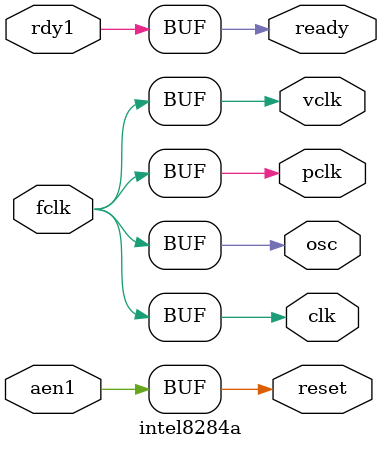
<source format=v>

module intel8284a(
        rdy1,
        aen1,
		  fclk,
        ready,
        clk,
        reset,
        osc,
        pclk,
        vclk
);

input rdy1, aen1, fclk;
output ready, clk, reset, osc, pclk, vclk;

// FAKE COMMANDS
assign ready = rdy1;
assign reset = aen1;
assign clk = fclk;
assign osc = fclk;
assign pclk = fclk;
assign vclk = fclk;
/*
reg [5:0] counter;
reg [2:0] counter2;

always @(posedge clk) begin
    if(counter == 6'd42)
        counter <= 0;
    else
        counter <= counter + 1;
    if(counter2 == 6'd4)
        counter2 <= 0;
    else
        counter2 <= counter2 + 1;
    
    if (counter < 21) begin
        pclk <= 1'b1;
    end
    else begin
        pclk <= 1'b0;
    end

    if ((counter % 21) < 7) begin
        clk <= 1'b1;
    end
    else begin
        clk <= 1'b0;
    end

    if ((counter % 7) < 3) begin
        osc <= 1'b1;
    end
    else begin
        osc <= 1'b0;
    end

    if (counter2 < 2) begin
        vclk <= 1'b1;
    end
    else begin
        vclk <= 1'b0;
    end
	 end
	 */

endmodule // 8284a

</source>
